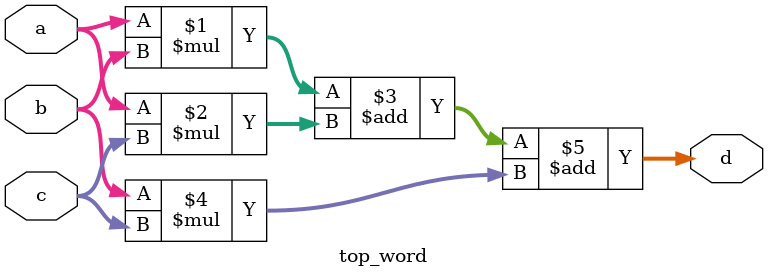
<source format=v>
module top_word(a, b, c, d);
input signed [7:0] a;
input signed [7:0] b;
input signed [7:0] c;
output signed [15:0] d;

assign d = a*b + a*c + b*c;

endmodule

</source>
